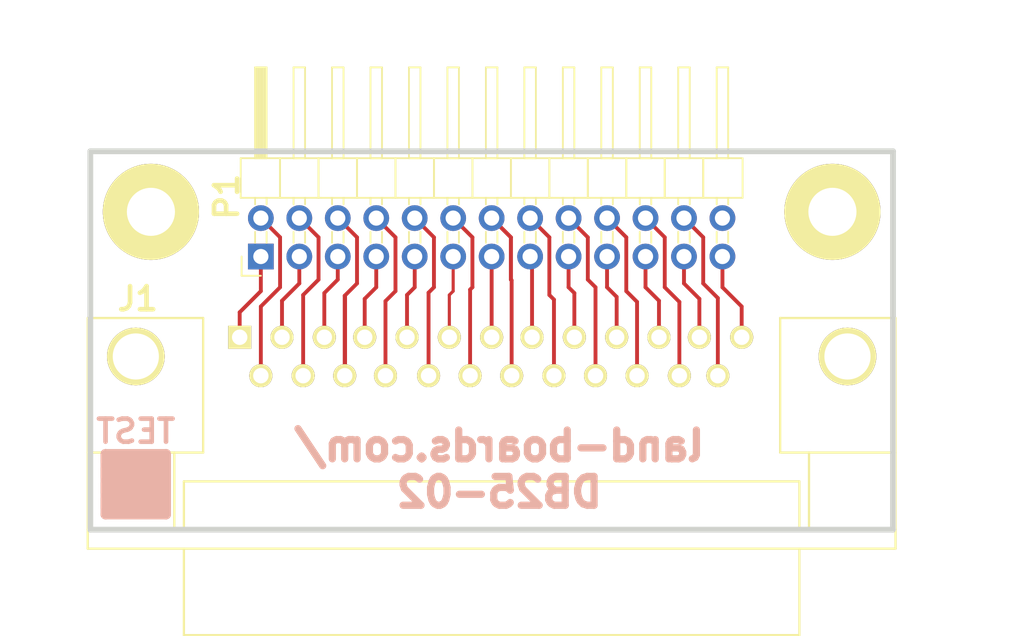
<source format=kicad_pcb>
(kicad_pcb (version 20171130) (host pcbnew "(5.1.10)-1")

  (general
    (thickness 1.6002)
    (drawings 15)
    (tracks 117)
    (zones 0)
    (modules 5)
    (nets 26)
  )

  (page A)
  (title_block
    (title SWLEDX8)
    (date 2017-05-28)
    (rev X1)
    (company "Land Boards, LLC")
  )

  (layers
    (0 Front signal)
    (31 Back signal hide)
    (36 B.SilkS user)
    (37 F.SilkS user)
    (38 B.Mask user)
    (39 F.Mask user)
    (40 Dwgs.User user)
    (44 Edge.Cuts user)
    (45 Margin user)
    (46 B.CrtYd user)
    (47 F.CrtYd user)
  )

  (setup
    (last_trace_width 0.2032)
    (user_trace_width 0.254)
    (user_trace_width 0.635)
    (trace_clearance 0.254)
    (zone_clearance 0.3048)
    (zone_45_only no)
    (trace_min 0.2032)
    (via_size 0.889)
    (via_drill 0.635)
    (via_min_size 0.889)
    (via_min_drill 0.508)
    (uvia_size 0.508)
    (uvia_drill 0.127)
    (uvias_allowed no)
    (uvia_min_size 0.508)
    (uvia_min_drill 0.127)
    (edge_width 0.381)
    (segment_width 0.381)
    (pcb_text_width 0.3048)
    (pcb_text_size 1.524 2.032)
    (mod_edge_width 0.381)
    (mod_text_size 1.524 1.524)
    (mod_text_width 0.3048)
    (pad_size 6.35 6.35)
    (pad_drill 3.175)
    (pad_to_mask_clearance 0)
    (aux_axis_origin 0 0)
    (visible_elements 7EFFEF7F)
    (pcbplotparams
      (layerselection 0x010f0_ffffffff)
      (usegerberextensions false)
      (usegerberattributes true)
      (usegerberadvancedattributes true)
      (creategerberjobfile true)
      (excludeedgelayer true)
      (linewidth 0.150000)
      (plotframeref false)
      (viasonmask false)
      (mode 1)
      (useauxorigin false)
      (hpglpennumber 1)
      (hpglpenspeed 20)
      (hpglpendiameter 15.000000)
      (psnegative false)
      (psa4output false)
      (plotreference true)
      (plotvalue false)
      (plotinvisibletext false)
      (padsonsilk false)
      (subtractmaskfromsilk false)
      (outputformat 1)
      (mirror false)
      (drillshape 0)
      (scaleselection 1)
      (outputdirectory "plots/"))
  )

  (net 0 "")
  (net 1 "Net-(J1-Pad1)")
  (net 2 "Net-(J1-Pad2)")
  (net 3 "Net-(J1-Pad3)")
  (net 4 "Net-(J1-Pad4)")
  (net 5 "Net-(J1-Pad5)")
  (net 6 "Net-(J1-Pad6)")
  (net 7 "Net-(J1-Pad7)")
  (net 8 "Net-(J1-Pad8)")
  (net 9 "Net-(J1-Pad9)")
  (net 10 "Net-(J1-Pad10)")
  (net 11 "Net-(J1-Pad11)")
  (net 12 "Net-(J1-Pad12)")
  (net 13 "Net-(J1-Pad13)")
  (net 14 "Net-(J1-Pad14)")
  (net 15 "Net-(J1-Pad15)")
  (net 16 "Net-(J1-Pad16)")
  (net 17 "Net-(J1-Pad17)")
  (net 18 "Net-(J1-Pad18)")
  (net 19 "Net-(J1-Pad19)")
  (net 20 "Net-(J1-Pad20)")
  (net 21 "Net-(J1-Pad21)")
  (net 22 "Net-(J1-Pad22)")
  (net 23 "Net-(J1-Pad23)")
  (net 24 "Net-(J1-Pad24)")
  (net 25 "Net-(J1-Pad25)")

  (net_class Default "This is the default net class."
    (clearance 0.254)
    (trace_width 0.2032)
    (via_dia 0.889)
    (via_drill 0.635)
    (uvia_dia 0.508)
    (uvia_drill 0.127)
    (diff_pair_width 0.25)
    (diff_pair_gap 0.25)
    (add_net "Net-(J1-Pad1)")
    (add_net "Net-(J1-Pad10)")
    (add_net "Net-(J1-Pad11)")
    (add_net "Net-(J1-Pad12)")
    (add_net "Net-(J1-Pad13)")
    (add_net "Net-(J1-Pad14)")
    (add_net "Net-(J1-Pad15)")
    (add_net "Net-(J1-Pad16)")
    (add_net "Net-(J1-Pad17)")
    (add_net "Net-(J1-Pad18)")
    (add_net "Net-(J1-Pad19)")
    (add_net "Net-(J1-Pad2)")
    (add_net "Net-(J1-Pad20)")
    (add_net "Net-(J1-Pad21)")
    (add_net "Net-(J1-Pad22)")
    (add_net "Net-(J1-Pad23)")
    (add_net "Net-(J1-Pad24)")
    (add_net "Net-(J1-Pad25)")
    (add_net "Net-(J1-Pad3)")
    (add_net "Net-(J1-Pad4)")
    (add_net "Net-(J1-Pad5)")
    (add_net "Net-(J1-Pad6)")
    (add_net "Net-(J1-Pad7)")
    (add_net "Net-(J1-Pad8)")
    (add_net "Net-(J1-Pad9)")
  )

  (net_class POWER ""
    (clearance 0.254)
    (trace_width 0.635)
    (via_dia 0.889)
    (via_drill 0.635)
    (uvia_dia 0.508)
    (uvia_drill 0.127)
    (diff_pair_width 0.25)
    (diff_pair_gap 0.25)
  )

  (module LandBoards_Marking:TEST_BLK-REAR (layer Front) (tedit 5935B6D1) (tstamp 5935BA98)
    (at 24 28)
    (path /592AF46D)
    (fp_text reference TEST (at 0 -3.5) (layer B.SilkS)
      (effects (font (size 1.524 1.524) (thickness 0.3048)) (justify mirror))
    )
    (fp_text value COUPON (at 0 4) (layer F.SilkS) hide
      (effects (font (size 1.524 1.524) (thickness 0.3048)))
    )
    (fp_line (start -2 -2) (end 2 -2) (layer B.SilkS) (width 0.65))
    (fp_line (start 2 -2) (end 2 2) (layer B.SilkS) (width 0.65))
    (fp_line (start 2 2) (end -2 2) (layer B.SilkS) (width 0.65))
    (fp_line (start -2 2) (end -2 -2) (layer B.SilkS) (width 0.65))
    (fp_line (start -2 -2) (end -2 -1.5) (layer B.SilkS) (width 0.65))
    (fp_line (start -2 -1.5) (end 2 -1.5) (layer B.SilkS) (width 0.65))
    (fp_line (start 2 -1.5) (end 2 -1) (layer B.SilkS) (width 0.65))
    (fp_line (start 2 -1) (end -2 -1) (layer B.SilkS) (width 0.65))
    (fp_line (start -2 -1) (end -2 -0.5) (layer B.SilkS) (width 0.65))
    (fp_line (start -2 -0.5) (end 2 -0.5) (layer B.SilkS) (width 0.65))
    (fp_line (start 2 -0.5) (end 2 0) (layer B.SilkS) (width 0.65))
    (fp_line (start 2 0) (end -2 0) (layer B.SilkS) (width 0.65))
    (fp_line (start -2 0) (end -2 0.5) (layer B.SilkS) (width 0.65))
    (fp_line (start -2 0.5) (end 1.5 0.5) (layer B.SilkS) (width 0.65))
    (fp_line (start 1.5 0.5) (end 2 0.5) (layer B.SilkS) (width 0.65))
    (fp_line (start 2 0.5) (end 2 1) (layer B.SilkS) (width 0.65))
    (fp_line (start 2 1) (end -2 1) (layer B.SilkS) (width 0.65))
    (fp_line (start -2 1) (end -2 1.5) (layer B.SilkS) (width 0.65))
    (fp_line (start -2 1.5) (end 2 1.5) (layer B.SilkS) (width 0.65))
  )

  (module Pin_Headers:Pin_Header_Angled_2x13_Pitch2.54mm (layer Front) (tedit 5935BCFE) (tstamp 5935C8B3)
    (at 32.258 12.954 90)
    (descr "Through hole angled pin header, 2x13, 2.54mm pitch, 6mm pin length, double rows")
    (tags "Through hole angled pin header THT 2x13 2.54mm double row")
    (path /5935B96A)
    (fp_text reference P1 (at 3.954 -2.258 90) (layer F.SilkS)
      (effects (font (size 1.524 1.524) (thickness 0.3048)))
    )
    (fp_text value CONN_01X26 (at 5.585 32.75 90) (layer F.SilkS) hide
      (effects (font (size 1 1) (thickness 0.15)))
    )
    (fp_line (start 3.94 -1.27) (end 3.94 1.27) (layer F.Fab) (width 0.1))
    (fp_line (start 3.94 1.27) (end 6.44 1.27) (layer F.Fab) (width 0.1))
    (fp_line (start 6.44 1.27) (end 6.44 -1.27) (layer F.Fab) (width 0.1))
    (fp_line (start 6.44 -1.27) (end 3.94 -1.27) (layer F.Fab) (width 0.1))
    (fp_line (start 0 -0.32) (end 0 0.32) (layer F.Fab) (width 0.1))
    (fp_line (start 0 0.32) (end 12.44 0.32) (layer F.Fab) (width 0.1))
    (fp_line (start 12.44 0.32) (end 12.44 -0.32) (layer F.Fab) (width 0.1))
    (fp_line (start 12.44 -0.32) (end 0 -0.32) (layer F.Fab) (width 0.1))
    (fp_line (start 3.94 1.27) (end 3.94 3.81) (layer F.Fab) (width 0.1))
    (fp_line (start 3.94 3.81) (end 6.44 3.81) (layer F.Fab) (width 0.1))
    (fp_line (start 6.44 3.81) (end 6.44 1.27) (layer F.Fab) (width 0.1))
    (fp_line (start 6.44 1.27) (end 3.94 1.27) (layer F.Fab) (width 0.1))
    (fp_line (start 0 2.22) (end 0 2.86) (layer F.Fab) (width 0.1))
    (fp_line (start 0 2.86) (end 12.44 2.86) (layer F.Fab) (width 0.1))
    (fp_line (start 12.44 2.86) (end 12.44 2.22) (layer F.Fab) (width 0.1))
    (fp_line (start 12.44 2.22) (end 0 2.22) (layer F.Fab) (width 0.1))
    (fp_line (start 3.94 3.81) (end 3.94 6.35) (layer F.Fab) (width 0.1))
    (fp_line (start 3.94 6.35) (end 6.44 6.35) (layer F.Fab) (width 0.1))
    (fp_line (start 6.44 6.35) (end 6.44 3.81) (layer F.Fab) (width 0.1))
    (fp_line (start 6.44 3.81) (end 3.94 3.81) (layer F.Fab) (width 0.1))
    (fp_line (start 0 4.76) (end 0 5.4) (layer F.Fab) (width 0.1))
    (fp_line (start 0 5.4) (end 12.44 5.4) (layer F.Fab) (width 0.1))
    (fp_line (start 12.44 5.4) (end 12.44 4.76) (layer F.Fab) (width 0.1))
    (fp_line (start 12.44 4.76) (end 0 4.76) (layer F.Fab) (width 0.1))
    (fp_line (start 3.94 6.35) (end 3.94 8.89) (layer F.Fab) (width 0.1))
    (fp_line (start 3.94 8.89) (end 6.44 8.89) (layer F.Fab) (width 0.1))
    (fp_line (start 6.44 8.89) (end 6.44 6.35) (layer F.Fab) (width 0.1))
    (fp_line (start 6.44 6.35) (end 3.94 6.35) (layer F.Fab) (width 0.1))
    (fp_line (start 0 7.3) (end 0 7.94) (layer F.Fab) (width 0.1))
    (fp_line (start 0 7.94) (end 12.44 7.94) (layer F.Fab) (width 0.1))
    (fp_line (start 12.44 7.94) (end 12.44 7.3) (layer F.Fab) (width 0.1))
    (fp_line (start 12.44 7.3) (end 0 7.3) (layer F.Fab) (width 0.1))
    (fp_line (start 3.94 8.89) (end 3.94 11.43) (layer F.Fab) (width 0.1))
    (fp_line (start 3.94 11.43) (end 6.44 11.43) (layer F.Fab) (width 0.1))
    (fp_line (start 6.44 11.43) (end 6.44 8.89) (layer F.Fab) (width 0.1))
    (fp_line (start 6.44 8.89) (end 3.94 8.89) (layer F.Fab) (width 0.1))
    (fp_line (start 0 9.84) (end 0 10.48) (layer F.Fab) (width 0.1))
    (fp_line (start 0 10.48) (end 12.44 10.48) (layer F.Fab) (width 0.1))
    (fp_line (start 12.44 10.48) (end 12.44 9.84) (layer F.Fab) (width 0.1))
    (fp_line (start 12.44 9.84) (end 0 9.84) (layer F.Fab) (width 0.1))
    (fp_line (start 3.94 11.43) (end 3.94 13.97) (layer F.Fab) (width 0.1))
    (fp_line (start 3.94 13.97) (end 6.44 13.97) (layer F.Fab) (width 0.1))
    (fp_line (start 6.44 13.97) (end 6.44 11.43) (layer F.Fab) (width 0.1))
    (fp_line (start 6.44 11.43) (end 3.94 11.43) (layer F.Fab) (width 0.1))
    (fp_line (start 0 12.38) (end 0 13.02) (layer F.Fab) (width 0.1))
    (fp_line (start 0 13.02) (end 12.44 13.02) (layer F.Fab) (width 0.1))
    (fp_line (start 12.44 13.02) (end 12.44 12.38) (layer F.Fab) (width 0.1))
    (fp_line (start 12.44 12.38) (end 0 12.38) (layer F.Fab) (width 0.1))
    (fp_line (start 3.94 13.97) (end 3.94 16.51) (layer F.Fab) (width 0.1))
    (fp_line (start 3.94 16.51) (end 6.44 16.51) (layer F.Fab) (width 0.1))
    (fp_line (start 6.44 16.51) (end 6.44 13.97) (layer F.Fab) (width 0.1))
    (fp_line (start 6.44 13.97) (end 3.94 13.97) (layer F.Fab) (width 0.1))
    (fp_line (start 0 14.92) (end 0 15.56) (layer F.Fab) (width 0.1))
    (fp_line (start 0 15.56) (end 12.44 15.56) (layer F.Fab) (width 0.1))
    (fp_line (start 12.44 15.56) (end 12.44 14.92) (layer F.Fab) (width 0.1))
    (fp_line (start 12.44 14.92) (end 0 14.92) (layer F.Fab) (width 0.1))
    (fp_line (start 3.94 16.51) (end 3.94 19.05) (layer F.Fab) (width 0.1))
    (fp_line (start 3.94 19.05) (end 6.44 19.05) (layer F.Fab) (width 0.1))
    (fp_line (start 6.44 19.05) (end 6.44 16.51) (layer F.Fab) (width 0.1))
    (fp_line (start 6.44 16.51) (end 3.94 16.51) (layer F.Fab) (width 0.1))
    (fp_line (start 0 17.46) (end 0 18.1) (layer F.Fab) (width 0.1))
    (fp_line (start 0 18.1) (end 12.44 18.1) (layer F.Fab) (width 0.1))
    (fp_line (start 12.44 18.1) (end 12.44 17.46) (layer F.Fab) (width 0.1))
    (fp_line (start 12.44 17.46) (end 0 17.46) (layer F.Fab) (width 0.1))
    (fp_line (start 3.94 19.05) (end 3.94 21.59) (layer F.Fab) (width 0.1))
    (fp_line (start 3.94 21.59) (end 6.44 21.59) (layer F.Fab) (width 0.1))
    (fp_line (start 6.44 21.59) (end 6.44 19.05) (layer F.Fab) (width 0.1))
    (fp_line (start 6.44 19.05) (end 3.94 19.05) (layer F.Fab) (width 0.1))
    (fp_line (start 0 20) (end 0 20.64) (layer F.Fab) (width 0.1))
    (fp_line (start 0 20.64) (end 12.44 20.64) (layer F.Fab) (width 0.1))
    (fp_line (start 12.44 20.64) (end 12.44 20) (layer F.Fab) (width 0.1))
    (fp_line (start 12.44 20) (end 0 20) (layer F.Fab) (width 0.1))
    (fp_line (start 3.94 21.59) (end 3.94 24.13) (layer F.Fab) (width 0.1))
    (fp_line (start 3.94 24.13) (end 6.44 24.13) (layer F.Fab) (width 0.1))
    (fp_line (start 6.44 24.13) (end 6.44 21.59) (layer F.Fab) (width 0.1))
    (fp_line (start 6.44 21.59) (end 3.94 21.59) (layer F.Fab) (width 0.1))
    (fp_line (start 0 22.54) (end 0 23.18) (layer F.Fab) (width 0.1))
    (fp_line (start 0 23.18) (end 12.44 23.18) (layer F.Fab) (width 0.1))
    (fp_line (start 12.44 23.18) (end 12.44 22.54) (layer F.Fab) (width 0.1))
    (fp_line (start 12.44 22.54) (end 0 22.54) (layer F.Fab) (width 0.1))
    (fp_line (start 3.94 24.13) (end 3.94 26.67) (layer F.Fab) (width 0.1))
    (fp_line (start 3.94 26.67) (end 6.44 26.67) (layer F.Fab) (width 0.1))
    (fp_line (start 6.44 26.67) (end 6.44 24.13) (layer F.Fab) (width 0.1))
    (fp_line (start 6.44 24.13) (end 3.94 24.13) (layer F.Fab) (width 0.1))
    (fp_line (start 0 25.08) (end 0 25.72) (layer F.Fab) (width 0.1))
    (fp_line (start 0 25.72) (end 12.44 25.72) (layer F.Fab) (width 0.1))
    (fp_line (start 12.44 25.72) (end 12.44 25.08) (layer F.Fab) (width 0.1))
    (fp_line (start 12.44 25.08) (end 0 25.08) (layer F.Fab) (width 0.1))
    (fp_line (start 3.94 26.67) (end 3.94 29.21) (layer F.Fab) (width 0.1))
    (fp_line (start 3.94 29.21) (end 6.44 29.21) (layer F.Fab) (width 0.1))
    (fp_line (start 6.44 29.21) (end 6.44 26.67) (layer F.Fab) (width 0.1))
    (fp_line (start 6.44 26.67) (end 3.94 26.67) (layer F.Fab) (width 0.1))
    (fp_line (start 0 27.62) (end 0 28.26) (layer F.Fab) (width 0.1))
    (fp_line (start 0 28.26) (end 12.44 28.26) (layer F.Fab) (width 0.1))
    (fp_line (start 12.44 28.26) (end 12.44 27.62) (layer F.Fab) (width 0.1))
    (fp_line (start 12.44 27.62) (end 0 27.62) (layer F.Fab) (width 0.1))
    (fp_line (start 3.94 29.21) (end 3.94 31.75) (layer F.Fab) (width 0.1))
    (fp_line (start 3.94 31.75) (end 6.44 31.75) (layer F.Fab) (width 0.1))
    (fp_line (start 6.44 31.75) (end 6.44 29.21) (layer F.Fab) (width 0.1))
    (fp_line (start 6.44 29.21) (end 3.94 29.21) (layer F.Fab) (width 0.1))
    (fp_line (start 0 30.16) (end 0 30.8) (layer F.Fab) (width 0.1))
    (fp_line (start 0 30.8) (end 12.44 30.8) (layer F.Fab) (width 0.1))
    (fp_line (start 12.44 30.8) (end 12.44 30.16) (layer F.Fab) (width 0.1))
    (fp_line (start 12.44 30.16) (end 0 30.16) (layer F.Fab) (width 0.1))
    (fp_line (start 3.88 -1.33) (end 3.88 1.27) (layer F.SilkS) (width 0.12))
    (fp_line (start 3.88 1.27) (end 6.5 1.27) (layer F.SilkS) (width 0.12))
    (fp_line (start 6.5 1.27) (end 6.5 -1.33) (layer F.SilkS) (width 0.12))
    (fp_line (start 6.5 -1.33) (end 3.88 -1.33) (layer F.SilkS) (width 0.12))
    (fp_line (start 6.5 -0.38) (end 6.5 0.38) (layer F.SilkS) (width 0.12))
    (fp_line (start 6.5 0.38) (end 12.5 0.38) (layer F.SilkS) (width 0.12))
    (fp_line (start 12.5 0.38) (end 12.5 -0.38) (layer F.SilkS) (width 0.12))
    (fp_line (start 12.5 -0.38) (end 6.5 -0.38) (layer F.SilkS) (width 0.12))
    (fp_line (start 3.45 -0.38) (end 3.88 -0.38) (layer F.SilkS) (width 0.12))
    (fp_line (start 3.45 0.38) (end 3.88 0.38) (layer F.SilkS) (width 0.12))
    (fp_line (start 0.91 -0.38) (end 1.63 -0.38) (layer F.SilkS) (width 0.12))
    (fp_line (start 0.91 0.38) (end 1.63 0.38) (layer F.SilkS) (width 0.12))
    (fp_line (start 6.5 -0.26) (end 12.5 -0.26) (layer F.SilkS) (width 0.12))
    (fp_line (start 6.5 -0.14) (end 12.5 -0.14) (layer F.SilkS) (width 0.12))
    (fp_line (start 6.5 -0.02) (end 12.5 -0.02) (layer F.SilkS) (width 0.12))
    (fp_line (start 6.5 0.1) (end 12.5 0.1) (layer F.SilkS) (width 0.12))
    (fp_line (start 6.5 0.22) (end 12.5 0.22) (layer F.SilkS) (width 0.12))
    (fp_line (start 6.5 0.34) (end 12.5 0.34) (layer F.SilkS) (width 0.12))
    (fp_line (start 3.88 1.27) (end 3.88 3.81) (layer F.SilkS) (width 0.12))
    (fp_line (start 3.88 3.81) (end 6.5 3.81) (layer F.SilkS) (width 0.12))
    (fp_line (start 6.5 3.81) (end 6.5 1.27) (layer F.SilkS) (width 0.12))
    (fp_line (start 6.5 1.27) (end 3.88 1.27) (layer F.SilkS) (width 0.12))
    (fp_line (start 6.5 2.16) (end 6.5 2.92) (layer F.SilkS) (width 0.12))
    (fp_line (start 6.5 2.92) (end 12.5 2.92) (layer F.SilkS) (width 0.12))
    (fp_line (start 12.5 2.92) (end 12.5 2.16) (layer F.SilkS) (width 0.12))
    (fp_line (start 12.5 2.16) (end 6.5 2.16) (layer F.SilkS) (width 0.12))
    (fp_line (start 3.45 2.16) (end 3.88 2.16) (layer F.SilkS) (width 0.12))
    (fp_line (start 3.45 2.92) (end 3.88 2.92) (layer F.SilkS) (width 0.12))
    (fp_line (start 0.91 2.16) (end 1.63 2.16) (layer F.SilkS) (width 0.12))
    (fp_line (start 0.91 2.92) (end 1.63 2.92) (layer F.SilkS) (width 0.12))
    (fp_line (start 3.88 3.81) (end 3.88 6.35) (layer F.SilkS) (width 0.12))
    (fp_line (start 3.88 6.35) (end 6.5 6.35) (layer F.SilkS) (width 0.12))
    (fp_line (start 6.5 6.35) (end 6.5 3.81) (layer F.SilkS) (width 0.12))
    (fp_line (start 6.5 3.81) (end 3.88 3.81) (layer F.SilkS) (width 0.12))
    (fp_line (start 6.5 4.7) (end 6.5 5.46) (layer F.SilkS) (width 0.12))
    (fp_line (start 6.5 5.46) (end 12.5 5.46) (layer F.SilkS) (width 0.12))
    (fp_line (start 12.5 5.46) (end 12.5 4.7) (layer F.SilkS) (width 0.12))
    (fp_line (start 12.5 4.7) (end 6.5 4.7) (layer F.SilkS) (width 0.12))
    (fp_line (start 3.45 4.7) (end 3.88 4.7) (layer F.SilkS) (width 0.12))
    (fp_line (start 3.45 5.46) (end 3.88 5.46) (layer F.SilkS) (width 0.12))
    (fp_line (start 0.91 4.7) (end 1.63 4.7) (layer F.SilkS) (width 0.12))
    (fp_line (start 0.91 5.46) (end 1.63 5.46) (layer F.SilkS) (width 0.12))
    (fp_line (start 3.88 6.35) (end 3.88 8.89) (layer F.SilkS) (width 0.12))
    (fp_line (start 3.88 8.89) (end 6.5 8.89) (layer F.SilkS) (width 0.12))
    (fp_line (start 6.5 8.89) (end 6.5 6.35) (layer F.SilkS) (width 0.12))
    (fp_line (start 6.5 6.35) (end 3.88 6.35) (layer F.SilkS) (width 0.12))
    (fp_line (start 6.5 7.24) (end 6.5 8) (layer F.SilkS) (width 0.12))
    (fp_line (start 6.5 8) (end 12.5 8) (layer F.SilkS) (width 0.12))
    (fp_line (start 12.5 8) (end 12.5 7.24) (layer F.SilkS) (width 0.12))
    (fp_line (start 12.5 7.24) (end 6.5 7.24) (layer F.SilkS) (width 0.12))
    (fp_line (start 3.45 7.24) (end 3.88 7.24) (layer F.SilkS) (width 0.12))
    (fp_line (start 3.45 8) (end 3.88 8) (layer F.SilkS) (width 0.12))
    (fp_line (start 0.91 7.24) (end 1.63 7.24) (layer F.SilkS) (width 0.12))
    (fp_line (start 0.91 8) (end 1.63 8) (layer F.SilkS) (width 0.12))
    (fp_line (start 3.88 8.89) (end 3.88 11.43) (layer F.SilkS) (width 0.12))
    (fp_line (start 3.88 11.43) (end 6.5 11.43) (layer F.SilkS) (width 0.12))
    (fp_line (start 6.5 11.43) (end 6.5 8.89) (layer F.SilkS) (width 0.12))
    (fp_line (start 6.5 8.89) (end 3.88 8.89) (layer F.SilkS) (width 0.12))
    (fp_line (start 6.5 9.78) (end 6.5 10.54) (layer F.SilkS) (width 0.12))
    (fp_line (start 6.5 10.54) (end 12.5 10.54) (layer F.SilkS) (width 0.12))
    (fp_line (start 12.5 10.54) (end 12.5 9.78) (layer F.SilkS) (width 0.12))
    (fp_line (start 12.5 9.78) (end 6.5 9.78) (layer F.SilkS) (width 0.12))
    (fp_line (start 3.45 9.78) (end 3.88 9.78) (layer F.SilkS) (width 0.12))
    (fp_line (start 3.45 10.54) (end 3.88 10.54) (layer F.SilkS) (width 0.12))
    (fp_line (start 0.91 9.78) (end 1.63 9.78) (layer F.SilkS) (width 0.12))
    (fp_line (start 0.91 10.54) (end 1.63 10.54) (layer F.SilkS) (width 0.12))
    (fp_line (start 3.88 11.43) (end 3.88 13.97) (layer F.SilkS) (width 0.12))
    (fp_line (start 3.88 13.97) (end 6.5 13.97) (layer F.SilkS) (width 0.12))
    (fp_line (start 6.5 13.97) (end 6.5 11.43) (layer F.SilkS) (width 0.12))
    (fp_line (start 6.5 11.43) (end 3.88 11.43) (layer F.SilkS) (width 0.12))
    (fp_line (start 6.5 12.32) (end 6.5 13.08) (layer F.SilkS) (width 0.12))
    (fp_line (start 6.5 13.08) (end 12.5 13.08) (layer F.SilkS) (width 0.12))
    (fp_line (start 12.5 13.08) (end 12.5 12.32) (layer F.SilkS) (width 0.12))
    (fp_line (start 12.5 12.32) (end 6.5 12.32) (layer F.SilkS) (width 0.12))
    (fp_line (start 3.45 12.32) (end 3.88 12.32) (layer F.SilkS) (width 0.12))
    (fp_line (start 3.45 13.08) (end 3.88 13.08) (layer F.SilkS) (width 0.12))
    (fp_line (start 0.91 12.32) (end 1.63 12.32) (layer F.SilkS) (width 0.12))
    (fp_line (start 0.91 13.08) (end 1.63 13.08) (layer F.SilkS) (width 0.12))
    (fp_line (start 3.88 13.97) (end 3.88 16.51) (layer F.SilkS) (width 0.12))
    (fp_line (start 3.88 16.51) (end 6.5 16.51) (layer F.SilkS) (width 0.12))
    (fp_line (start 6.5 16.51) (end 6.5 13.97) (layer F.SilkS) (width 0.12))
    (fp_line (start 6.5 13.97) (end 3.88 13.97) (layer F.SilkS) (width 0.12))
    (fp_line (start 6.5 14.86) (end 6.5 15.62) (layer F.SilkS) (width 0.12))
    (fp_line (start 6.5 15.62) (end 12.5 15.62) (layer F.SilkS) (width 0.12))
    (fp_line (start 12.5 15.62) (end 12.5 14.86) (layer F.SilkS) (width 0.12))
    (fp_line (start 12.5 14.86) (end 6.5 14.86) (layer F.SilkS) (width 0.12))
    (fp_line (start 3.45 14.86) (end 3.88 14.86) (layer F.SilkS) (width 0.12))
    (fp_line (start 3.45 15.62) (end 3.88 15.62) (layer F.SilkS) (width 0.12))
    (fp_line (start 0.91 14.86) (end 1.63 14.86) (layer F.SilkS) (width 0.12))
    (fp_line (start 0.91 15.62) (end 1.63 15.62) (layer F.SilkS) (width 0.12))
    (fp_line (start 3.88 16.51) (end 3.88 19.05) (layer F.SilkS) (width 0.12))
    (fp_line (start 3.88 19.05) (end 6.5 19.05) (layer F.SilkS) (width 0.12))
    (fp_line (start 6.5 19.05) (end 6.5 16.51) (layer F.SilkS) (width 0.12))
    (fp_line (start 6.5 16.51) (end 3.88 16.51) (layer F.SilkS) (width 0.12))
    (fp_line (start 6.5 17.4) (end 6.5 18.16) (layer F.SilkS) (width 0.12))
    (fp_line (start 6.5 18.16) (end 12.5 18.16) (layer F.SilkS) (width 0.12))
    (fp_line (start 12.5 18.16) (end 12.5 17.4) (layer F.SilkS) (width 0.12))
    (fp_line (start 12.5 17.4) (end 6.5 17.4) (layer F.SilkS) (width 0.12))
    (fp_line (start 3.45 17.4) (end 3.88 17.4) (layer F.SilkS) (width 0.12))
    (fp_line (start 3.45 18.16) (end 3.88 18.16) (layer F.SilkS) (width 0.12))
    (fp_line (start 0.91 17.4) (end 1.63 17.4) (layer F.SilkS) (width 0.12))
    (fp_line (start 0.91 18.16) (end 1.63 18.16) (layer F.SilkS) (width 0.12))
    (fp_line (start 3.88 19.05) (end 3.88 21.59) (layer F.SilkS) (width 0.12))
    (fp_line (start 3.88 21.59) (end 6.5 21.59) (layer F.SilkS) (width 0.12))
    (fp_line (start 6.5 21.59) (end 6.5 19.05) (layer F.SilkS) (width 0.12))
    (fp_line (start 6.5 19.05) (end 3.88 19.05) (layer F.SilkS) (width 0.12))
    (fp_line (start 6.5 19.94) (end 6.5 20.7) (layer F.SilkS) (width 0.12))
    (fp_line (start 6.5 20.7) (end 12.5 20.7) (layer F.SilkS) (width 0.12))
    (fp_line (start 12.5 20.7) (end 12.5 19.94) (layer F.SilkS) (width 0.12))
    (fp_line (start 12.5 19.94) (end 6.5 19.94) (layer F.SilkS) (width 0.12))
    (fp_line (start 3.45 19.94) (end 3.88 19.94) (layer F.SilkS) (width 0.12))
    (fp_line (start 3.45 20.7) (end 3.88 20.7) (layer F.SilkS) (width 0.12))
    (fp_line (start 0.91 19.94) (end 1.63 19.94) (layer F.SilkS) (width 0.12))
    (fp_line (start 0.91 20.7) (end 1.63 20.7) (layer F.SilkS) (width 0.12))
    (fp_line (start 3.88 21.59) (end 3.88 24.13) (layer F.SilkS) (width 0.12))
    (fp_line (start 3.88 24.13) (end 6.5 24.13) (layer F.SilkS) (width 0.12))
    (fp_line (start 6.5 24.13) (end 6.5 21.59) (layer F.SilkS) (width 0.12))
    (fp_line (start 6.5 21.59) (end 3.88 21.59) (layer F.SilkS) (width 0.12))
    (fp_line (start 6.5 22.48) (end 6.5 23.24) (layer F.SilkS) (width 0.12))
    (fp_line (start 6.5 23.24) (end 12.5 23.24) (layer F.SilkS) (width 0.12))
    (fp_line (start 12.5 23.24) (end 12.5 22.48) (layer F.SilkS) (width 0.12))
    (fp_line (start 12.5 22.48) (end 6.5 22.48) (layer F.SilkS) (width 0.12))
    (fp_line (start 3.45 22.48) (end 3.88 22.48) (layer F.SilkS) (width 0.12))
    (fp_line (start 3.45 23.24) (end 3.88 23.24) (layer F.SilkS) (width 0.12))
    (fp_line (start 0.91 22.48) (end 1.63 22.48) (layer F.SilkS) (width 0.12))
    (fp_line (start 0.91 23.24) (end 1.63 23.24) (layer F.SilkS) (width 0.12))
    (fp_line (start 3.88 24.13) (end 3.88 26.67) (layer F.SilkS) (width 0.12))
    (fp_line (start 3.88 26.67) (end 6.5 26.67) (layer F.SilkS) (width 0.12))
    (fp_line (start 6.5 26.67) (end 6.5 24.13) (layer F.SilkS) (width 0.12))
    (fp_line (start 6.5 24.13) (end 3.88 24.13) (layer F.SilkS) (width 0.12))
    (fp_line (start 6.5 25.02) (end 6.5 25.78) (layer F.SilkS) (width 0.12))
    (fp_line (start 6.5 25.78) (end 12.5 25.78) (layer F.SilkS) (width 0.12))
    (fp_line (start 12.5 25.78) (end 12.5 25.02) (layer F.SilkS) (width 0.12))
    (fp_line (start 12.5 25.02) (end 6.5 25.02) (layer F.SilkS) (width 0.12))
    (fp_line (start 3.45 25.02) (end 3.88 25.02) (layer F.SilkS) (width 0.12))
    (fp_line (start 3.45 25.78) (end 3.88 25.78) (layer F.SilkS) (width 0.12))
    (fp_line (start 0.91 25.02) (end 1.63 25.02) (layer F.SilkS) (width 0.12))
    (fp_line (start 0.91 25.78) (end 1.63 25.78) (layer F.SilkS) (width 0.12))
    (fp_line (start 3.88 26.67) (end 3.88 29.21) (layer F.SilkS) (width 0.12))
    (fp_line (start 3.88 29.21) (end 6.5 29.21) (layer F.SilkS) (width 0.12))
    (fp_line (start 6.5 29.21) (end 6.5 26.67) (layer F.SilkS) (width 0.12))
    (fp_line (start 6.5 26.67) (end 3.88 26.67) (layer F.SilkS) (width 0.12))
    (fp_line (start 6.5 27.56) (end 6.5 28.32) (layer F.SilkS) (width 0.12))
    (fp_line (start 6.5 28.32) (end 12.5 28.32) (layer F.SilkS) (width 0.12))
    (fp_line (start 12.5 28.32) (end 12.5 27.56) (layer F.SilkS) (width 0.12))
    (fp_line (start 12.5 27.56) (end 6.5 27.56) (layer F.SilkS) (width 0.12))
    (fp_line (start 3.45 27.56) (end 3.88 27.56) (layer F.SilkS) (width 0.12))
    (fp_line (start 3.45 28.32) (end 3.88 28.32) (layer F.SilkS) (width 0.12))
    (fp_line (start 0.91 27.56) (end 1.63 27.56) (layer F.SilkS) (width 0.12))
    (fp_line (start 0.91 28.32) (end 1.63 28.32) (layer F.SilkS) (width 0.12))
    (fp_line (start 3.88 29.21) (end 3.88 31.81) (layer F.SilkS) (width 0.12))
    (fp_line (start 3.88 31.81) (end 6.5 31.81) (layer F.SilkS) (width 0.12))
    (fp_line (start 6.5 31.81) (end 6.5 29.21) (layer F.SilkS) (width 0.12))
    (fp_line (start 6.5 29.21) (end 3.88 29.21) (layer F.SilkS) (width 0.12))
    (fp_line (start 6.5 30.1) (end 6.5 30.86) (layer F.SilkS) (width 0.12))
    (fp_line (start 6.5 30.86) (end 12.5 30.86) (layer F.SilkS) (width 0.12))
    (fp_line (start 12.5 30.86) (end 12.5 30.1) (layer F.SilkS) (width 0.12))
    (fp_line (start 12.5 30.1) (end 6.5 30.1) (layer F.SilkS) (width 0.12))
    (fp_line (start 3.45 30.1) (end 3.88 30.1) (layer F.SilkS) (width 0.12))
    (fp_line (start 3.45 30.86) (end 3.88 30.86) (layer F.SilkS) (width 0.12))
    (fp_line (start 0.91 30.1) (end 1.63 30.1) (layer F.SilkS) (width 0.12))
    (fp_line (start 0.91 30.86) (end 1.63 30.86) (layer F.SilkS) (width 0.12))
    (fp_line (start -1.27 0) (end -1.27 -1.27) (layer F.SilkS) (width 0.12))
    (fp_line (start -1.27 -1.27) (end 0 -1.27) (layer F.SilkS) (width 0.12))
    (fp_line (start -1.8 -1.8) (end -1.8 32.25) (layer F.CrtYd) (width 0.05))
    (fp_line (start -1.8 32.25) (end 12.95 32.25) (layer F.CrtYd) (width 0.05))
    (fp_line (start 12.95 32.25) (end 12.95 -1.8) (layer F.CrtYd) (width 0.05))
    (fp_line (start 12.95 -1.8) (end -1.8 -1.8) (layer F.CrtYd) (width 0.05))
    (fp_text user %R (at 5.585 -2.27 90) (layer F.Fab)
      (effects (font (size 1 1) (thickness 0.15)))
    )
    (pad 1 thru_hole rect (at 0 0 90) (size 1.7 1.7) (drill 1) (layers *.Cu *.Mask)
      (net 1 "Net-(J1-Pad1)"))
    (pad 2 thru_hole oval (at 2.54 0 90) (size 1.7 1.7) (drill 1) (layers *.Cu *.Mask)
      (net 14 "Net-(J1-Pad14)"))
    (pad 3 thru_hole oval (at 0 2.54 90) (size 1.7 1.7) (drill 1) (layers *.Cu *.Mask)
      (net 2 "Net-(J1-Pad2)"))
    (pad 4 thru_hole oval (at 2.54 2.54 90) (size 1.7 1.7) (drill 1) (layers *.Cu *.Mask)
      (net 15 "Net-(J1-Pad15)"))
    (pad 5 thru_hole oval (at 0 5.08 90) (size 1.7 1.7) (drill 1) (layers *.Cu *.Mask)
      (net 3 "Net-(J1-Pad3)"))
    (pad 6 thru_hole oval (at 2.54 5.08 90) (size 1.7 1.7) (drill 1) (layers *.Cu *.Mask)
      (net 16 "Net-(J1-Pad16)"))
    (pad 7 thru_hole oval (at 0 7.62 90) (size 1.7 1.7) (drill 1) (layers *.Cu *.Mask)
      (net 4 "Net-(J1-Pad4)"))
    (pad 8 thru_hole oval (at 2.54 7.62 90) (size 1.7 1.7) (drill 1) (layers *.Cu *.Mask)
      (net 17 "Net-(J1-Pad17)"))
    (pad 9 thru_hole oval (at 0 10.16 90) (size 1.7 1.7) (drill 1) (layers *.Cu *.Mask)
      (net 5 "Net-(J1-Pad5)"))
    (pad 10 thru_hole oval (at 2.54 10.16 90) (size 1.7 1.7) (drill 1) (layers *.Cu *.Mask)
      (net 18 "Net-(J1-Pad18)"))
    (pad 11 thru_hole oval (at 0 12.7 90) (size 1.7 1.7) (drill 1) (layers *.Cu *.Mask)
      (net 6 "Net-(J1-Pad6)"))
    (pad 12 thru_hole oval (at 2.54 12.7 90) (size 1.7 1.7) (drill 1) (layers *.Cu *.Mask)
      (net 19 "Net-(J1-Pad19)"))
    (pad 13 thru_hole oval (at 0 15.24 90) (size 1.7 1.7) (drill 1) (layers *.Cu *.Mask)
      (net 7 "Net-(J1-Pad7)"))
    (pad 14 thru_hole oval (at 2.54 15.24 90) (size 1.7 1.7) (drill 1) (layers *.Cu *.Mask)
      (net 20 "Net-(J1-Pad20)"))
    (pad 15 thru_hole oval (at 0 17.78 90) (size 1.7 1.7) (drill 1) (layers *.Cu *.Mask)
      (net 8 "Net-(J1-Pad8)"))
    (pad 16 thru_hole oval (at 2.54 17.78 90) (size 1.7 1.7) (drill 1) (layers *.Cu *.Mask)
      (net 21 "Net-(J1-Pad21)"))
    (pad 17 thru_hole oval (at 0 20.32 90) (size 1.7 1.7) (drill 1) (layers *.Cu *.Mask)
      (net 9 "Net-(J1-Pad9)"))
    (pad 18 thru_hole oval (at 2.54 20.32 90) (size 1.7 1.7) (drill 1) (layers *.Cu *.Mask)
      (net 22 "Net-(J1-Pad22)"))
    (pad 19 thru_hole oval (at 0 22.86 90) (size 1.7 1.7) (drill 1) (layers *.Cu *.Mask)
      (net 10 "Net-(J1-Pad10)"))
    (pad 20 thru_hole oval (at 2.54 22.86 90) (size 1.7 1.7) (drill 1) (layers *.Cu *.Mask)
      (net 23 "Net-(J1-Pad23)"))
    (pad 21 thru_hole oval (at 0 25.4 90) (size 1.7 1.7) (drill 1) (layers *.Cu *.Mask)
      (net 11 "Net-(J1-Pad11)"))
    (pad 22 thru_hole oval (at 2.54 25.4 90) (size 1.7 1.7) (drill 1) (layers *.Cu *.Mask)
      (net 24 "Net-(J1-Pad24)"))
    (pad 23 thru_hole oval (at 0 27.94 90) (size 1.7 1.7) (drill 1) (layers *.Cu *.Mask)
      (net 12 "Net-(J1-Pad12)"))
    (pad 24 thru_hole oval (at 2.54 27.94 90) (size 1.7 1.7) (drill 1) (layers *.Cu *.Mask)
      (net 25 "Net-(J1-Pad25)"))
    (pad 25 thru_hole oval (at 0 30.48 90) (size 1.7 1.7) (drill 1) (layers *.Cu *.Mask)
      (net 13 "Net-(J1-Pad13)"))
    (pad 26 thru_hole oval (at 2.54 30.48 90) (size 1.7 1.7) (drill 1) (layers *.Cu *.Mask))
    (model ${KISYS3DMOD}/Pin_Headers.3dshapes/Pin_Header_Angled_2x13_Pitch2.54mm.wrl
      (offset (xyz 1.269999980926514 -15.23999977111816 0))
      (scale (xyz 1 1 1))
      (rotate (xyz 0 0 90))
    )
  )

  (module LandBoards_Conns:DB25MC (layer Front) (tedit 5935BD17) (tstamp 5935CD85)
    (at 47.498 19.558 180)
    (descr "Connecteur DB25 MALE couche")
    (tags "CONN DB25")
    (path /5935B8C9)
    (fp_text reference J1 (at 23.368 3.81 180) (layer F.SilkS)
      (effects (font (size 1.524 1.524) (thickness 0.3048)))
    )
    (fp_text value DB25 (at 0 -6.35 180) (layer F.SilkS) hide
      (effects (font (size 1 1) (thickness 0.15)))
    )
    (fp_line (start 26.67 -11.43) (end 26.67 2.54) (layer F.SilkS) (width 0.15))
    (fp_line (start 19.05 -6.35) (end 19.05 2.54) (layer F.SilkS) (width 0.15))
    (fp_line (start 20.955 -11.43) (end 20.955 -6.35) (layer F.SilkS) (width 0.15))
    (fp_line (start -20.955 -11.43) (end -20.955 -6.35) (layer F.SilkS) (width 0.15))
    (fp_line (start -19.05 -6.35) (end -19.05 2.54) (layer F.SilkS) (width 0.15))
    (fp_line (start -26.67 2.54) (end -26.67 -11.43) (layer F.SilkS) (width 0.15))
    (fp_line (start 26.67 -6.35) (end 19.05 -6.35) (layer F.SilkS) (width 0.15))
    (fp_line (start -26.67 -6.35) (end -19.05 -6.35) (layer F.SilkS) (width 0.15))
    (fp_line (start 20.32 -8.255) (end 20.32 -11.43) (layer F.SilkS) (width 0.15))
    (fp_line (start -20.32 -8.255) (end -20.32 -11.43) (layer F.SilkS) (width 0.15))
    (fp_line (start 20.32 -18.415) (end 20.32 -12.7) (layer F.SilkS) (width 0.15))
    (fp_line (start -20.32 -18.415) (end -20.32 -12.7) (layer F.SilkS) (width 0.15))
    (fp_line (start 26.67 -11.43) (end 26.67 -12.7) (layer F.SilkS) (width 0.15))
    (fp_line (start 26.67 -12.7) (end -26.67 -12.7) (layer F.SilkS) (width 0.15))
    (fp_line (start -26.67 -12.7) (end -26.67 -11.43) (layer F.SilkS) (width 0.15))
    (fp_line (start -26.67 -11.43) (end 26.67 -11.43) (layer F.SilkS) (width 0.15))
    (fp_line (start 19.05 2.54) (end 26.67 2.54) (layer F.SilkS) (width 0.15))
    (fp_line (start -20.32 -8.255) (end 20.32 -8.255) (layer F.SilkS) (width 0.15))
    (fp_line (start -20.32 -18.415) (end 20.32 -18.415) (layer F.SilkS) (width 0.15))
    (fp_line (start -26.67 2.54) (end -19.05 2.54) (layer F.SilkS) (width 0.15))
    (pad "" thru_hole circle (at 23.495 0 180) (size 3.81 3.81) (drill 3.048) (layers *.Cu *.Mask F.SilkS))
    (pad "" thru_hole circle (at -23.495 0 180) (size 3.81 3.81) (drill 3.048) (layers *.Cu *.Mask F.SilkS))
    (pad 13 thru_hole circle (at -16.51 1.27 180) (size 1.524 1.524) (drill 1.016) (layers *.Cu *.Mask F.SilkS)
      (net 13 "Net-(J1-Pad13)"))
    (pad 12 thru_hole circle (at -13.716 1.27 180) (size 1.524 1.524) (drill 1.016) (layers *.Cu *.Mask F.SilkS)
      (net 12 "Net-(J1-Pad12)"))
    (pad 11 thru_hole circle (at -11.049 1.27 180) (size 1.524 1.524) (drill 1.016) (layers *.Cu *.Mask F.SilkS)
      (net 11 "Net-(J1-Pad11)"))
    (pad 10 thru_hole circle (at -8.255 1.27 180) (size 1.524 1.524) (drill 1.016) (layers *.Cu *.Mask F.SilkS)
      (net 10 "Net-(J1-Pad10)"))
    (pad 9 thru_hole circle (at -5.461 1.27 180) (size 1.524 1.524) (drill 1.016) (layers *.Cu *.Mask F.SilkS)
      (net 9 "Net-(J1-Pad9)"))
    (pad 8 thru_hole circle (at -2.667 1.27 180) (size 1.524 1.524) (drill 1.016) (layers *.Cu *.Mask F.SilkS)
      (net 8 "Net-(J1-Pad8)"))
    (pad 7 thru_hole circle (at 0 1.27 180) (size 1.524 1.524) (drill 1.016) (layers *.Cu *.Mask F.SilkS)
      (net 7 "Net-(J1-Pad7)"))
    (pad 6 thru_hole circle (at 2.794 1.27 180) (size 1.524 1.524) (drill 1.016) (layers *.Cu *.Mask F.SilkS)
      (net 6 "Net-(J1-Pad6)"))
    (pad 5 thru_hole circle (at 5.588 1.27 180) (size 1.524 1.524) (drill 1.016) (layers *.Cu *.Mask F.SilkS)
      (net 5 "Net-(J1-Pad5)"))
    (pad 4 thru_hole circle (at 8.382 1.27 180) (size 1.524 1.524) (drill 1.016) (layers *.Cu *.Mask F.SilkS)
      (net 4 "Net-(J1-Pad4)"))
    (pad 3 thru_hole circle (at 11.049 1.27 180) (size 1.524 1.524) (drill 1.016) (layers *.Cu *.Mask F.SilkS)
      (net 3 "Net-(J1-Pad3)"))
    (pad 2 thru_hole circle (at 13.843 1.27 180) (size 1.524 1.524) (drill 1.016) (layers *.Cu *.Mask F.SilkS)
      (net 2 "Net-(J1-Pad2)"))
    (pad 1 thru_hole rect (at 16.637 1.27 180) (size 1.524 1.524) (drill 1.016) (layers *.Cu *.Mask F.SilkS)
      (net 1 "Net-(J1-Pad1)"))
    (pad 25 thru_hole circle (at -14.9352 -1.27 180) (size 1.524 1.524) (drill 1.016) (layers *.Cu *.Mask F.SilkS)
      (net 25 "Net-(J1-Pad25)"))
    (pad 24 thru_hole circle (at -12.3952 -1.27 180) (size 1.524 1.524) (drill 1.016) (layers *.Cu *.Mask F.SilkS)
      (net 24 "Net-(J1-Pad24)"))
    (pad 23 thru_hole circle (at -9.6012 -1.27 180) (size 1.524 1.524) (drill 1.016) (layers *.Cu *.Mask F.SilkS)
      (net 23 "Net-(J1-Pad23)"))
    (pad 22 thru_hole circle (at -6.858 -1.27 180) (size 1.524 1.524) (drill 1.016) (layers *.Cu *.Mask F.SilkS)
      (net 22 "Net-(J1-Pad22)"))
    (pad 21 thru_hole circle (at -4.1148 -1.27 180) (size 1.524 1.524) (drill 1.016) (layers *.Cu *.Mask F.SilkS)
      (net 21 "Net-(J1-Pad21)"))
    (pad 20 thru_hole circle (at -1.3208 -1.27 180) (size 1.524 1.524) (drill 1.016) (layers *.Cu *.Mask F.SilkS)
      (net 20 "Net-(J1-Pad20)"))
    (pad 19 thru_hole circle (at 1.4224 -1.27 180) (size 1.524 1.524) (drill 1.016) (layers *.Cu *.Mask F.SilkS)
      (net 19 "Net-(J1-Pad19)"))
    (pad 18 thru_hole circle (at 4.1656 -1.27 180) (size 1.524 1.524) (drill 1.016) (layers *.Cu *.Mask F.SilkS)
      (net 18 "Net-(J1-Pad18)"))
    (pad 17 thru_hole circle (at 7.0104 -1.27 180) (size 1.524 1.524) (drill 1.016) (layers *.Cu *.Mask F.SilkS)
      (net 17 "Net-(J1-Pad17)"))
    (pad 16 thru_hole circle (at 9.7028 -1.27 180) (size 1.524 1.524) (drill 1.016) (layers *.Cu *.Mask F.SilkS)
      (net 16 "Net-(J1-Pad16)"))
    (pad 15 thru_hole circle (at 12.446 -1.27 180) (size 1.524 1.524) (drill 1.016) (layers *.Cu *.Mask F.SilkS)
      (net 15 "Net-(J1-Pad15)"))
    (pad 14 thru_hole circle (at 15.24 -1.27 180) (size 1.524 1.524) (drill 1.016) (layers *.Cu *.Mask F.SilkS)
      (net 14 "Net-(J1-Pad14)"))
    (model Connect.3dshapes/DB25MC.wrl
      (at (xyz 0 0 0))
      (scale (xyz 1 1 1))
      (rotate (xyz 0 0 0))
    )
  )

  (module LandBoards_MountHoles:MTG-4-40 (layer Front) (tedit 5CF905B3) (tstamp 616C5042)
    (at 70 10)
    (path /590A3FE0)
    (fp_text reference MTG1 (at -6.858 -0.635) (layer F.SilkS) hide
      (effects (font (size 1 1) (thickness 0.25)))
    )
    (fp_text value MTG_HOLE (at 0 -5.08) (layer F.SilkS) hide
      (effects (font (size 1.524 1.524) (thickness 0.3048)))
    )
    (fp_circle (center 0 0) (end 3.352745 0) (layer F.CrtYd) (width 0.05))
    (pad 1 thru_hole circle (at 0 0) (size 6.35 6.35) (drill 3.175) (layers *.Cu *.Mask F.SilkS))
  )

  (module LandBoards_MountHoles:MTG-4-40 (layer Front) (tedit 5CF905B3) (tstamp 616C5047)
    (at 25 10)
    (path /590A3F10)
    (fp_text reference MTG2 (at -6.858 -0.635) (layer F.SilkS) hide
      (effects (font (size 1 1) (thickness 0.25)))
    )
    (fp_text value MTG_HOLE (at 0 -5.08) (layer F.SilkS) hide
      (effects (font (size 1.524 1.524) (thickness 0.3048)))
    )
    (fp_circle (center 0 0) (end 3.352745 0) (layer F.CrtYd) (width 0.05))
    (pad 1 thru_hole circle (at 0 0) (size 6.35 6.35) (drill 3.175) (layers *.Cu *.Mask F.SilkS))
  )

  (dimension 4 (width 0.381) (layer Dwgs.User)
    (gr_text "4.000 mm" (at 72 2.469) (layer Dwgs.User)
      (effects (font (size 1 1) (thickness 0.15)))
    )
    (feature1 (pts (xy 74 10) (xy 74 3.413579)))
    (feature2 (pts (xy 70 10) (xy 70 3.413579)))
    (crossbar (pts (xy 70 4) (xy 74 4)))
    (arrow1a (pts (xy 74 4) (xy 72.873496 4.586421)))
    (arrow1b (pts (xy 74 4) (xy 72.873496 3.413579)))
    (arrow2a (pts (xy 70 4) (xy 71.126504 4.586421)))
    (arrow2b (pts (xy 70 4) (xy 71.126504 3.413579)))
  )
  (dimension 4 (width 0.381) (layer Dwgs.User)
    (gr_text "4.000 mm" (at 23 1.469) (layer Dwgs.User)
      (effects (font (size 1 1) (thickness 0.15)))
    )
    (feature1 (pts (xy 25 6) (xy 25 2.413579)))
    (feature2 (pts (xy 21 6) (xy 21 2.413579)))
    (crossbar (pts (xy 21 3) (xy 25 3)))
    (arrow1a (pts (xy 25 3) (xy 23.873496 3.586421)))
    (arrow1b (pts (xy 25 3) (xy 23.873496 2.413579)))
    (arrow2a (pts (xy 21 3) (xy 22.126504 3.586421)))
    (arrow2b (pts (xy 21 3) (xy 22.126504 2.413579)))
  )
  (dimension 4 (width 0.381) (layer Dwgs.User)
    (gr_text "4.000 mm" (at 18.469 8 90) (layer Dwgs.User)
      (effects (font (size 1 1) (thickness 0.15)))
    )
    (feature1 (pts (xy 25 6) (xy 19.413579 6)))
    (feature2 (pts (xy 25 10) (xy 19.413579 10)))
    (crossbar (pts (xy 20 10) (xy 20 6)))
    (arrow1a (pts (xy 20 6) (xy 20.586421 7.126504)))
    (arrow1b (pts (xy 20 6) (xy 19.413579 7.126504)))
    (arrow2a (pts (xy 20 10) (xy 20.586421 8.873496)))
    (arrow2b (pts (xy 20 10) (xy 19.413579 8.873496)))
  )
  (dimension 4 (width 0.381) (layer Dwgs.User)
    (gr_text "4.000 mm" (at 78.531 8 90) (layer Dwgs.User)
      (effects (font (size 1 1) (thickness 0.15)))
    )
    (feature1 (pts (xy 70 6) (xy 77.586421 6)))
    (feature2 (pts (xy 70 10) (xy 77.586421 10)))
    (crossbar (pts (xy 77 10) (xy 77 6)))
    (arrow1a (pts (xy 77 6) (xy 77.586421 7.126504)))
    (arrow1b (pts (xy 77 6) (xy 76.413579 7.126504)))
    (arrow2a (pts (xy 77 10) (xy 77.586421 8.873496)))
    (arrow2b (pts (xy 77 10) (xy 76.413579 8.873496)))
  )
  (dimension 21 (width 0.381) (layer Dwgs.User)
    (gr_text "21.000 mm" (at 77.531 20.5 90) (layer Dwgs.User)
      (effects (font (size 1 1) (thickness 0.15)))
    )
    (feature1 (pts (xy 74 10) (xy 76.586421 10)))
    (feature2 (pts (xy 74 31) (xy 76.586421 31)))
    (crossbar (pts (xy 76 31) (xy 76 10)))
    (arrow1a (pts (xy 76 10) (xy 76.586421 11.126504)))
    (arrow1b (pts (xy 76 10) (xy 75.413579 11.126504)))
    (arrow2a (pts (xy 76 31) (xy 76.586421 29.873496)))
    (arrow2b (pts (xy 76 31) (xy 75.413579 29.873496)))
  )
  (dimension 25 (width 0.381) (layer Dwgs.User)
    (gr_text "25.000 mm" (at 81.531 18.5 90) (layer Dwgs.User)
      (effects (font (size 1 1) (thickness 0.15)))
    )
    (feature1 (pts (xy 74 6) (xy 80.586421 6)))
    (feature2 (pts (xy 74 31) (xy 80.586421 31)))
    (crossbar (pts (xy 80 31) (xy 80 6)))
    (arrow1a (pts (xy 80 6) (xy 80.586421 7.126504)))
    (arrow1b (pts (xy 80 6) (xy 79.413579 7.126504)))
    (arrow2a (pts (xy 80 31) (xy 80.586421 29.873496)))
    (arrow2b (pts (xy 80 31) (xy 79.413579 29.873496)))
  )
  (dimension 53 (width 0.381) (layer Dwgs.User)
    (gr_text "53.000 mm" (at 47.5 -3.531) (layer Dwgs.User)
      (effects (font (size 1 1) (thickness 0.15)))
    )
    (feature1 (pts (xy 74 6) (xy 74 -2.586421)))
    (feature2 (pts (xy 21 6) (xy 21 -2.586421)))
    (crossbar (pts (xy 21 -2) (xy 74 -2)))
    (arrow1a (pts (xy 74 -2) (xy 72.873496 -1.413579)))
    (arrow1b (pts (xy 74 -2) (xy 72.873496 -2.586421)))
    (arrow2a (pts (xy 21 -2) (xy 22.126504 -1.413579)))
    (arrow2b (pts (xy 21 -2) (xy 22.126504 -2.586421)))
  )
  (dimension 45 (width 0.381) (layer Dwgs.User)
    (gr_text "45.000 mm" (at 47.5 -0.531) (layer Dwgs.User)
      (effects (font (size 1 1) (thickness 0.15)))
    )
    (feature1 (pts (xy 70 11) (xy 70 0.413579)))
    (feature2 (pts (xy 25 11) (xy 25 0.413579)))
    (crossbar (pts (xy 25 1) (xy 70 1)))
    (arrow1a (pts (xy 70 1) (xy 68.873496 1.586421)))
    (arrow1b (pts (xy 70 1) (xy 68.873496 0.413579)))
    (arrow2a (pts (xy 25 1) (xy 26.126504 1.586421)))
    (arrow2b (pts (xy 25 1) (xy 26.126504 0.413579)))
  )
  (gr_line (start 21 31) (end 74 31) (layer Edge.Cuts) (width 0.381) (tstamp 616C3CB3))
  (gr_line (start 21 6) (end 74 6) (layer Edge.Cuts) (width 0.381) (tstamp 616C3C50))
  (gr_line (start 74 31) (end 74 6) (layer Edge.Cuts) (width 0.381))
  (gr_line (start 21 31) (end 21 6) (layer Edge.Cuts) (width 0.381))
  (gr_line (start 47.5 36.5) (end 47.5 20.5) (angle 90) (layer Dwgs.User) (width 0.381))
  (gr_line (start 47.5 32.5) (end 47.5 29) (angle 90) (layer Dwgs.User) (width 0.381))
  (gr_text "land-boards.com/\nDB25-02" (at 48 27) (layer B.SilkS)
    (effects (font (size 1.905 1.905) (thickness 0.47625)) (justify mirror))
  )

  (segment (start 30.861 16.637) (end 32.258 15.24) (width 0.254) (layer Front) (net 1) (tstamp 593AFC50))
  (segment (start 32.258 15.24) (end 32.258 12.954) (width 0.254) (layer Front) (net 1) (tstamp 593AFC52) (status 20))
  (segment (start 30.861 18.288) (end 30.861 16.637) (width 0.254) (layer Front) (net 1) (status 10))
  (segment (start 34.798 14.732) (end 34.798 12.954) (width 0.254) (layer Front) (net 2) (tstamp 593AFC60) (status 20))
  (segment (start 33.655 15.875) (end 34.798 14.732) (width 0.254) (layer Front) (net 2) (tstamp 593AFC5F))
  (segment (start 33.655 18.288) (end 33.655 15.875) (width 0.254) (layer Front) (net 2) (status 10))
  (segment (start 37.338 14.478) (end 36.449 15.367) (width 0.2032) (layer Front) (net 3) (tstamp 5935CF0E))
  (segment (start 37.338 12.954) (end 37.338 14.478) (width 0.2032) (layer Front) (net 3) (status 10))
  (segment (start 37.338 14.478) (end 37.338 12.954) (width 0.254) (layer Front) (net 3) (tstamp 593AFC75) (status 20))
  (segment (start 36.449 15.367) (end 37.338 14.478) (width 0.254) (layer Front) (net 3) (tstamp 593AFC74))
  (segment (start 36.449 18.288) (end 36.449 15.367) (width 0.254) (layer Front) (net 3) (status 10))
  (segment (start 39.116 15.748) (end 39.878 14.986) (width 0.254) (layer Front) (net 4) (tstamp 593AFC7E))
  (segment (start 39.878 14.986) (end 39.878 12.954) (width 0.254) (layer Front) (net 4) (tstamp 593AFC7F) (status 20))
  (segment (start 39.116 18.288) (end 39.116 15.748) (width 0.254) (layer Front) (net 4) (status 10))
  (segment (start 41.91 15.494) (end 42.418 14.986) (width 0.254) (layer Front) (net 5) (tstamp 593AFC88))
  (segment (start 42.418 14.986) (end 42.418 12.954) (width 0.254) (layer Front) (net 5) (tstamp 593AFC89) (status 20))
  (segment (start 41.91 18.288) (end 41.91 15.494) (width 0.254) (layer Front) (net 5) (status 10))
  (segment (start 44.958 15.24) (end 44.704 15.494) (width 0.2032) (layer Front) (net 6) (tstamp 5935CF02))
  (segment (start 44.704 15.494) (end 44.704 18.288) (width 0.2032) (layer Front) (net 6) (tstamp 5935CF03) (status 20))
  (segment (start 44.958 12.954) (end 44.958 15.24) (width 0.2032) (layer Front) (net 6) (status 10))
  (segment (start 47.498 18.288) (end 47.498 12.954) (width 0.254) (layer Front) (net 7) (status 30))
  (segment (start 50.165 13.081) (end 50.038 12.954) (width 0.2032) (layer Front) (net 8) (tstamp 5935CEE8) (status 30))
  (segment (start 50.165 13.081) (end 50.038 12.954) (width 0.254) (layer Front) (net 8) (tstamp 593AFCE8) (status 30))
  (segment (start 50.165 18.288) (end 50.165 13.081) (width 0.254) (layer Front) (net 8) (status 30))
  (segment (start 52.959 13.335) (end 52.578 12.954) (width 0.2032) (layer Front) (net 9) (tstamp 5935CEEB) (status 30))
  (segment (start 52.959 15.367) (end 52.578 14.986) (width 0.254) (layer Front) (net 9) (tstamp 593AFCF2))
  (segment (start 52.578 14.986) (end 52.578 12.954) (width 0.254) (layer Front) (net 9) (tstamp 593AFCF3) (status 20))
  (segment (start 52.959 18.288) (end 52.959 15.367) (width 0.254) (layer Front) (net 9) (status 10))
  (segment (start 55.753 15.621) (end 55.118 14.986) (width 0.254) (layer Front) (net 10) (tstamp 593AFCFD))
  (segment (start 55.118 14.986) (end 55.118 12.954) (width 0.254) (layer Front) (net 10) (tstamp 593AFCFE) (status 20))
  (segment (start 55.753 18.288) (end 55.753 15.621) (width 0.254) (layer Front) (net 10) (status 10))
  (segment (start 58.547 15.875) (end 57.658 14.986) (width 0.254) (layer Front) (net 11) (tstamp 593AFD07))
  (segment (start 57.658 14.986) (end 57.658 12.954) (width 0.254) (layer Front) (net 11) (tstamp 593AFD08) (status 20))
  (segment (start 58.547 18.288) (end 58.547 15.875) (width 0.254) (layer Front) (net 11) (status 10))
  (segment (start 60.198 14.732) (end 61.214 15.748) (width 0.2032) (layer Front) (net 12) (tstamp 5935CEF7))
  (segment (start 60.198 12.954) (end 60.198 14.732) (width 0.2032) (layer Front) (net 12) (status 10))
  (segment (start 60.198 14.732) (end 60.198 12.954) (width 0.254) (layer Front) (net 12) (tstamp 593AFD12) (status 20))
  (segment (start 61.214 15.748) (end 60.198 14.732) (width 0.254) (layer Front) (net 12) (tstamp 593AFD11))
  (segment (start 61.214 18.288) (end 61.214 15.748) (width 0.254) (layer Front) (net 12) (status 10))
  (segment (start 64.008 16.256) (end 62.738 14.986) (width 0.254) (layer Front) (net 13) (tstamp 593AFD1C))
  (segment (start 62.738 14.986) (end 62.738 12.954) (width 0.254) (layer Front) (net 13) (tstamp 593AFD1E) (status 20))
  (segment (start 64.008 18.288) (end 64.008 16.256) (width 0.254) (layer Front) (net 13) (status 10))
  (segment (start 32.258 10.414) (end 32.512 10.414) (width 0.2032) (layer Front) (net 14) (status 30))
  (segment (start 32.258 16.256) (end 33.528 14.986) (width 0.254) (layer Front) (net 14) (tstamp 593AFC56))
  (segment (start 33.528 14.986) (end 33.528 11.684) (width 0.254) (layer Front) (net 14) (tstamp 593AFC58))
  (segment (start 33.528 11.684) (end 32.258 10.414) (width 0.254) (layer Front) (net 14) (tstamp 593AFC5A) (status 20))
  (segment (start 32.258 20.828) (end 32.258 16.256) (width 0.254) (layer Front) (net 14) (status 10))
  (segment (start 36.068 11.684) (end 36.068 14.478) (width 0.2032) (layer Front) (net 15) (tstamp 5935CF27))
  (segment (start 36.068 14.478) (end 35.052 15.494) (width 0.2032) (layer Front) (net 15) (tstamp 5935CF28))
  (segment (start 34.798 10.414) (end 36.068 11.684) (width 0.2032) (layer Front) (net 15) (status 10))
  (segment (start 36.068 11.684) (end 34.798 10.414) (width 0.254) (layer Front) (net 15) (tstamp 593AFC70) (status 20))
  (segment (start 36.068 14.478) (end 36.068 11.684) (width 0.254) (layer Front) (net 15) (tstamp 593AFC6E))
  (segment (start 35.052 15.494) (end 36.068 14.478) (width 0.254) (layer Front) (net 15) (tstamp 593AFC6C))
  (segment (start 35.052 20.828) (end 35.052 15.494) (width 0.254) (layer Front) (net 15) (status 10))
  (segment (start 37.846 20.7772) (end 37.7952 20.828) (width 0.2032) (layer Front) (net 16) (tstamp 5935CF30) (status 30))
  (segment (start 38.608 11.684) (end 38.608 14.732) (width 0.2032) (layer Front) (net 16) (tstamp 5935CF2D))
  (segment (start 38.608 14.732) (end 37.846 15.494) (width 0.2032) (layer Front) (net 16) (tstamp 5935CF2E))
  (segment (start 37.846 15.494) (end 37.846 20.7772) (width 0.2032) (layer Front) (net 16) (tstamp 5935CF2F) (status 20))
  (segment (start 37.338 10.414) (end 38.608 11.684) (width 0.2032) (layer Front) (net 16) (status 10))
  (segment (start 38.608 11.684) (end 37.338 10.414) (width 0.254) (layer Front) (net 16) (tstamp 593AFC7A) (status 20))
  (segment (start 38.608 14.732) (end 38.608 11.684) (width 0.254) (layer Front) (net 16) (tstamp 593AFC79))
  (segment (start 37.7952 15.5448) (end 38.608 14.732) (width 0.254) (layer Front) (net 16) (tstamp 593AFC78))
  (segment (start 37.7952 20.828) (end 37.7952 15.5448) (width 0.254) (layer Front) (net 16) (status 10))
  (segment (start 41.148 11.684) (end 41.148 15.24) (width 0.2032) (layer Front) (net 17) (tstamp 5935CF33))
  (segment (start 41.148 15.24) (end 40.4876 15.9004) (width 0.2032) (layer Front) (net 17) (tstamp 5935CF34))
  (segment (start 39.878 10.414) (end 41.148 11.684) (width 0.2032) (layer Front) (net 17) (status 10))
  (segment (start 41.148 11.684) (end 39.878 10.414) (width 0.254) (layer Front) (net 17) (tstamp 593AFC84) (status 20))
  (segment (start 41.148 15.24) (end 41.148 11.684) (width 0.254) (layer Front) (net 17) (tstamp 593AFC83))
  (segment (start 40.4876 15.9004) (end 41.148 15.24) (width 0.254) (layer Front) (net 17) (tstamp 593AFC82))
  (segment (start 40.4876 20.828) (end 40.4876 15.9004) (width 0.254) (layer Front) (net 17) (status 10))
  (segment (start 42.418 10.414) (end 43.688 11.684) (width 0.2032) (layer Front) (net 18) (status 10))
  (segment (start 43.688 11.684) (end 42.418 10.414) (width 0.254) (layer Front) (net 18) (tstamp 593AFC8E) (status 20))
  (segment (start 43.3324 15.3416) (end 43.688 14.986) (width 0.254) (layer Front) (net 18) (tstamp 593AFC8C))
  (segment (start 43.688 14.986) (end 43.688 11.684) (width 0.254) (layer Front) (net 18) (tstamp 593AFC8D))
  (segment (start 43.3324 20.828) (end 43.3324 15.3416) (width 0.254) (layer Front) (net 18) (status 10))
  (segment (start 46.228 20.6756) (end 46.0756 20.828) (width 0.2032) (layer Front) (net 19) (tstamp 5935CF40) (status 30))
  (segment (start 44.958 10.414) (end 44.958 10.668) (width 0.2032) (layer Front) (net 19) (status 30))
  (segment (start 46.0756 15.1384) (end 46.228 14.986) (width 0.254) (layer Front) (net 19) (tstamp 593AFCBF))
  (segment (start 46.228 14.986) (end 46.228 11.684) (width 0.254) (layer Front) (net 19) (tstamp 593AFCC1))
  (segment (start 46.228 11.684) (end 44.958 10.414) (width 0.254) (layer Front) (net 19) (tstamp 593AFCC3) (status 20))
  (segment (start 46.0756 20.828) (end 46.0756 15.1384) (width 0.254) (layer Front) (net 19) (status 10))
  (segment (start 47.498 10.414) (end 48.768 11.684) (width 0.2032) (layer Front) (net 20) (status 10))
  (segment (start 48.768 11.684) (end 47.498 10.414) (width 0.2032) (layer Front) (net 20) (tstamp 5935CF4D) (status 20))
  (segment (start 48.768 11.684) (end 47.498 10.414) (width 0.254) (layer Front) (net 20) (tstamp 593AFCA9) (status 20))
  (segment (start 48.8188 14.5288) (end 48.768 14.478) (width 0.254) (layer Front) (net 20) (tstamp 593AFCA1))
  (segment (start 48.768 14.478) (end 48.768 11.684) (width 0.254) (layer Front) (net 20) (tstamp 593AFCA7))
  (segment (start 48.768 11.684) (end 47.498 10.414) (width 0.254) (layer Front) (net 20) (tstamp 593AFCE3) (status 20))
  (segment (start 48.768 14.478) (end 48.768 11.684) (width 0.254) (layer Front) (net 20) (tstamp 593AFCE1))
  (segment (start 48.8188 14.5288) (end 48.768 14.478) (width 0.254) (layer Front) (net 20) (tstamp 593AFCDF))
  (segment (start 48.8188 20.828) (end 48.8188 14.5288) (width 0.254) (layer Front) (net 20) (status 10))
  (segment (start 51.308 11.684) (end 50.038 10.414) (width 0.2032) (layer Front) (net 21) (tstamp 5935CF54) (status 20))
  (segment (start 51.308 11.684) (end 50.038 10.414) (width 0.254) (layer Front) (net 21) (tstamp 593AFCEE) (status 20))
  (segment (start 51.6128 15.7988) (end 51.308 15.494) (width 0.254) (layer Front) (net 21) (tstamp 593AFCEB))
  (segment (start 51.308 15.494) (end 51.308 11.684) (width 0.254) (layer Front) (net 21) (tstamp 593AFCEC))
  (segment (start 51.6128 20.828) (end 51.6128 15.7988) (width 0.254) (layer Front) (net 21) (status 10))
  (segment (start 53.848 11.684) (end 52.578 10.414) (width 0.2032) (layer Front) (net 22) (tstamp 5935CF5A) (status 20))
  (segment (start 53.848 11.684) (end 52.578 10.414) (width 0.254) (layer Front) (net 22) (tstamp 593AFCF9) (status 20))
  (segment (start 54.356 14.986) (end 53.848 14.478) (width 0.254) (layer Front) (net 22) (tstamp 593AFCF7))
  (segment (start 53.848 14.478) (end 53.848 11.684) (width 0.254) (layer Front) (net 22) (tstamp 593AFCF8))
  (segment (start 54.356 20.828) (end 54.356 14.986) (width 0.254) (layer Front) (net 22) (status 10))
  (segment (start 57.0992 15.9512) (end 56.388 15.24) (width 0.2032) (layer Front) (net 23) (tstamp 5935CF5E))
  (segment (start 56.388 15.24) (end 56.388 11.684) (width 0.2032) (layer Front) (net 23) (tstamp 5935CF5F))
  (segment (start 56.388 11.684) (end 55.118 10.414) (width 0.2032) (layer Front) (net 23) (tstamp 5935CF60) (status 20))
  (segment (start 56.388 11.684) (end 55.118 10.414) (width 0.254) (layer Front) (net 23) (tstamp 593AFD03) (status 20))
  (segment (start 56.388 15.24) (end 56.388 11.684) (width 0.254) (layer Front) (net 23) (tstamp 593AFD02))
  (segment (start 57.0992 15.9512) (end 56.388 15.24) (width 0.254) (layer Front) (net 23) (tstamp 593AFD01))
  (segment (start 57.0992 20.828) (end 57.0992 15.9512) (width 0.254) (layer Front) (net 23) (status 10))
  (segment (start 58.928 11.684) (end 57.658 10.414) (width 0.2032) (layer Front) (net 24) (tstamp 5935CF67) (status 20))
  (segment (start 58.928 11.684) (end 57.658 10.414) (width 0.254) (layer Front) (net 24) (tstamp 593AFD0D) (status 20))
  (segment (start 59.8932 15.9512) (end 58.928 14.986) (width 0.254) (layer Front) (net 24) (tstamp 593AFD0B))
  (segment (start 58.928 14.986) (end 58.928 11.684) (width 0.254) (layer Front) (net 24) (tstamp 593AFD0C))
  (segment (start 59.8932 20.828) (end 59.8932 15.9512) (width 0.254) (layer Front) (net 24) (status 10))
  (segment (start 61.468 11.684) (end 60.198 10.414) (width 0.2032) (layer Front) (net 25) (tstamp 5935CF6E) (status 20))
  (segment (start 61.468 11.684) (end 60.198 10.414) (width 0.254) (layer Front) (net 25) (tstamp 593AFD18) (status 20))
  (segment (start 62.4332 15.6972) (end 61.468 14.732) (width 0.254) (layer Front) (net 25) (tstamp 593AFD16))
  (segment (start 61.468 14.732) (end 61.468 11.684) (width 0.254) (layer Front) (net 25) (tstamp 593AFD17))
  (segment (start 62.4332 20.828) (end 62.4332 15.6972) (width 0.254) (layer Front) (net 25) (status 10))

)

</source>
